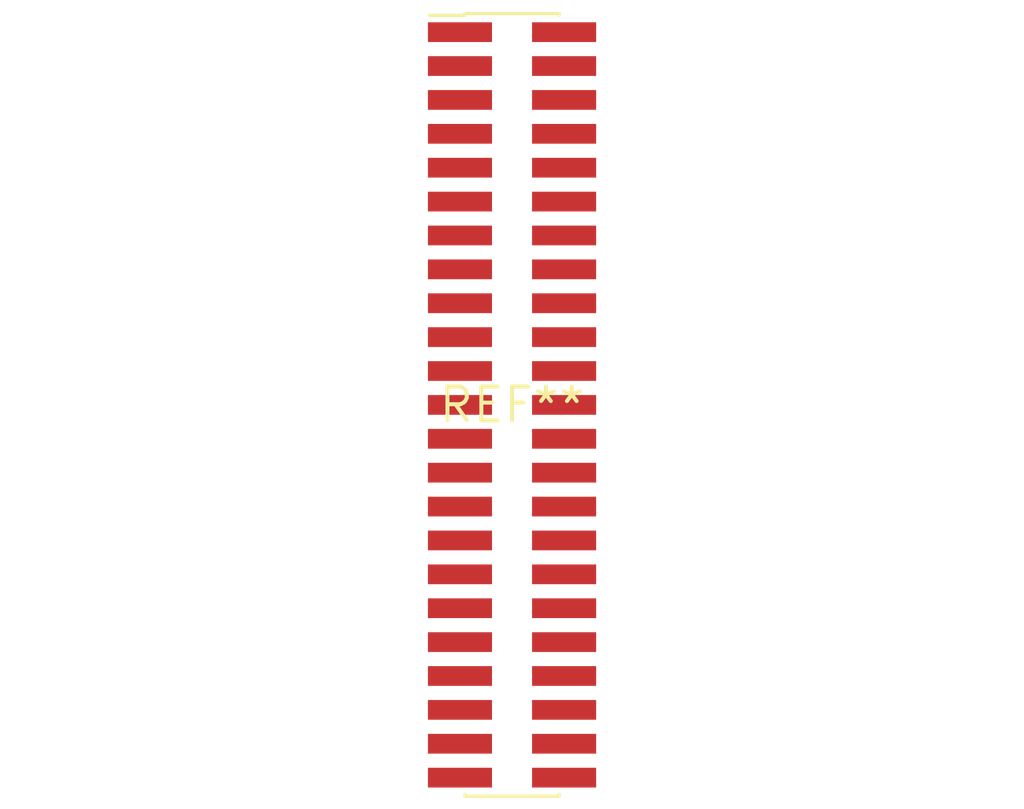
<source format=kicad_pcb>
(kicad_pcb (version 20240108) (generator pcbnew)
  (layers (0 "F.Cu" signal) (31 "B.Cu" signal) (34 "B.Paste" user) (35 "F.Paste" user) (36 "B.SilkS" user "B.Silkscreen") (37 "F.SilkS" user "F.Silkscreen") (38 "B.Mask" user) (39 "F.Mask" user) (44 "Edge.Cuts" user))
  (net 0 "")
  (footprint "PinHeader_2x23_P1.27mm_Vertical_SMD" (layer "F.Cu") (at 0 0)
    (property "Reference" "REF**")
    (property "Value" "PinHeader_2x23_P1.27mm_Vertical_SMD")
    (fp_line (start -3.09 -14.6) (end -1.765 -14.6) (layer "F.SilkS") (stroke (width 0.12)))
    (fp_line (start -1.765 -14.665) (end -1.765 -14.6) (layer "F.SilkS") (stroke (width 0.12)))
    (fp_line (start -1.765 -14.665) (end 1.765 -14.665) (layer "F.SilkS") (stroke (width 0.12)))
    (fp_line (start -1.765 14.6) (end -1.765 14.665) (layer "F.SilkS") (stroke (width 0.12)))
    (fp_line (start -1.765 14.665) (end 1.765 14.665) (layer "F.SilkS") (stroke (width 0.12)))
    (fp_line (start 1.765 -14.665) (end 1.765 -14.6) (layer "F.SilkS") (stroke (width 0.12)))
    (fp_line (start 1.765 14.6) (end 1.765 14.665) (layer "F.SilkS") (stroke (width 0.12)))
    (pad "1" smd rect (at -1.95 -13.97) (size 2.4 0.74) (layers "F.Cu" "F.Paste" "F.Mask"))
    (pad "2" smd rect (at 1.95 -13.97) (size 2.4 0.74) (layers "F.Cu" "F.Paste" "F.Mask"))
    (pad "3" smd rect (at -1.95 -12.7) (size 2.4 0.74) (layers "F.Cu" "F.Paste" "F.Mask"))
    (pad "4" smd rect (at 1.95 -12.7) (size 2.4 0.74) (layers "F.Cu" "F.Paste" "F.Mask"))
    (pad "5" smd rect (at -1.95 -11.43) (size 2.4 0.74) (layers "F.Cu" "F.Paste" "F.Mask"))
    (pad "6" smd rect (at 1.95 -11.43) (size 2.4 0.74) (layers "F.Cu" "F.Paste" "F.Mask"))
    (pad "7" smd rect (at -1.95 -10.16) (size 2.4 0.74) (layers "F.Cu" "F.Paste" "F.Mask"))
    (pad "8" smd rect (at 1.95 -10.16) (size 2.4 0.74) (layers "F.Cu" "F.Paste" "F.Mask"))
    (pad "9" smd rect (at -1.95 -8.89) (size 2.4 0.74) (layers "F.Cu" "F.Paste" "F.Mask"))
    (pad "10" smd rect (at 1.95 -8.89) (size 2.4 0.74) (layers "F.Cu" "F.Paste" "F.Mask"))
    (pad "11" smd rect (at -1.95 -7.62) (size 2.4 0.74) (layers "F.Cu" "F.Paste" "F.Mask"))
    (pad "12" smd rect (at 1.95 -7.62) (size 2.4 0.74) (layers "F.Cu" "F.Paste" "F.Mask"))
    (pad "13" smd rect (at -1.95 -6.35) (size 2.4 0.74) (layers "F.Cu" "F.Paste" "F.Mask"))
    (pad "14" smd rect (at 1.95 -6.35) (size 2.4 0.74) (layers "F.Cu" "F.Paste" "F.Mask"))
    (pad "15" smd rect (at -1.95 -5.08) (size 2.4 0.74) (layers "F.Cu" "F.Paste" "F.Mask"))
    (pad "16" smd rect (at 1.95 -5.08) (size 2.4 0.74) (layers "F.Cu" "F.Paste" "F.Mask"))
    (pad "17" smd rect (at -1.95 -3.81) (size 2.4 0.74) (layers "F.Cu" "F.Paste" "F.Mask"))
    (pad "18" smd rect (at 1.95 -3.81) (size 2.4 0.74) (layers "F.Cu" "F.Paste" "F.Mask"))
    (pad "19" smd rect (at -1.95 -2.54) (size 2.4 0.74) (layers "F.Cu" "F.Paste" "F.Mask"))
    (pad "20" smd rect (at 1.95 -2.54) (size 2.4 0.74) (layers "F.Cu" "F.Paste" "F.Mask"))
    (pad "21" smd rect (at -1.95 -1.27) (size 2.4 0.74) (layers "F.Cu" "F.Paste" "F.Mask"))
    (pad "22" smd rect (at 1.95 -1.27) (size 2.4 0.74) (layers "F.Cu" "F.Paste" "F.Mask"))
    (pad "23" smd rect (at -1.95 0) (size 2.4 0.74) (layers "F.Cu" "F.Paste" "F.Mask"))
    (pad "24" smd rect (at 1.95 0) (size 2.4 0.74) (layers "F.Cu" "F.Paste" "F.Mask"))
    (pad "25" smd rect (at -1.95 1.27) (size 2.4 0.74) (layers "F.Cu" "F.Paste" "F.Mask"))
    (pad "26" smd rect (at 1.95 1.27) (size 2.4 0.74) (layers "F.Cu" "F.Paste" "F.Mask"))
    (pad "27" smd rect (at -1.95 2.54) (size 2.4 0.74) (layers "F.Cu" "F.Paste" "F.Mask"))
    (pad "28" smd rect (at 1.95 2.54) (size 2.4 0.74) (layers "F.Cu" "F.Paste" "F.Mask"))
    (pad "29" smd rect (at -1.95 3.81) (size 2.4 0.74) (layers "F.Cu" "F.Paste" "F.Mask"))
    (pad "30" smd rect (at 1.95 3.81) (size 2.4 0.74) (layers "F.Cu" "F.Paste" "F.Mask"))
    (pad "31" smd rect (at -1.95 5.08) (size 2.4 0.74) (layers "F.Cu" "F.Paste" "F.Mask"))
    (pad "32" smd rect (at 1.95 5.08) (size 2.4 0.74) (layers "F.Cu" "F.Paste" "F.Mask"))
    (pad "33" smd rect (at -1.95 6.35) (size 2.4 0.74) (layers "F.Cu" "F.Paste" "F.Mask"))
    (pad "34" smd rect (at 1.95 6.35) (size 2.4 0.74) (layers "F.Cu" "F.Paste" "F.Mask"))
    (pad "35" smd rect (at -1.95 7.62) (size 2.4 0.74) (layers "F.Cu" "F.Paste" "F.Mask"))
    (pad "36" smd rect (at 1.95 7.62) (size 2.4 0.74) (layers "F.Cu" "F.Paste" "F.Mask"))
    (pad "37" smd rect (at -1.95 8.89) (size 2.4 0.74) (layers "F.Cu" "F.Paste" "F.Mask"))
    (pad "38" smd rect (at 1.95 8.89) (size 2.4 0.74) (layers "F.Cu" "F.Paste" "F.Mask"))
    (pad "39" smd rect (at -1.95 10.16) (size 2.4 0.74) (layers "F.Cu" "F.Paste" "F.Mask"))
    (pad "40" smd rect (at 1.95 10.16) (size 2.4 0.74) (layers "F.Cu" "F.Paste" "F.Mask"))
    (pad "41" smd rect (at -1.95 11.43) (size 2.4 0.74) (layers "F.Cu" "F.Paste" "F.Mask"))
    (pad "42" smd rect (at 1.95 11.43) (size 2.4 0.74) (layers "F.Cu" "F.Paste" "F.Mask"))
    (pad "43" smd rect (at -1.95 12.7) (size 2.4 0.74) (layers "F.Cu" "F.Paste" "F.Mask"))
    (pad "44" smd rect (at 1.95 12.7) (size 2.4 0.74) (layers "F.Cu" "F.Paste" "F.Mask"))
    (pad "45" smd rect (at -1.95 13.97) (size 2.4 0.74) (layers "F.Cu" "F.Paste" "F.Mask"))
    (pad "46" smd rect (at 1.95 13.97) (size 2.4 0.74) (layers "F.Cu" "F.Paste" "F.Mask"))
  )
)
</source>
